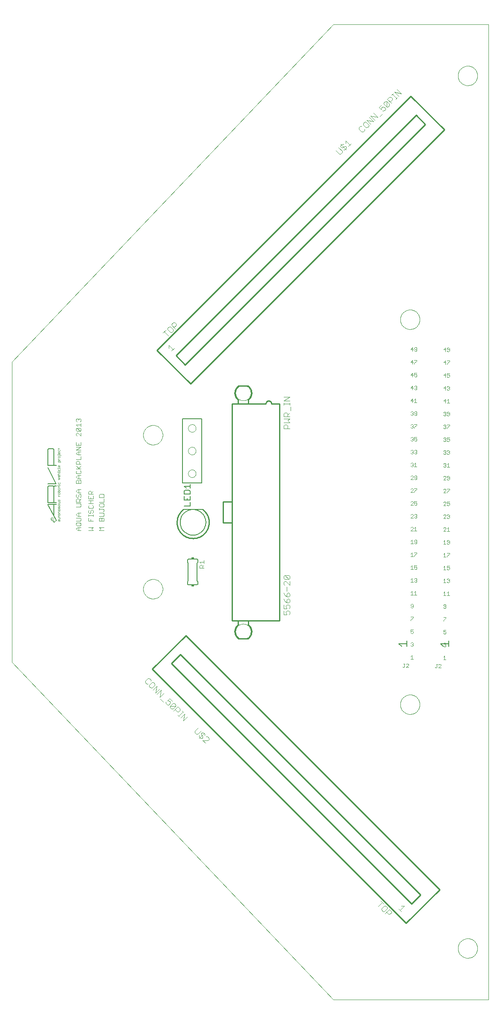
<source format=gto>
G75*
G70*
%OFA0B0*%
%FSLAX24Y24*%
%IPPOS*%
%LPD*%
%AMOC8*
5,1,8,0,0,1.08239X$1,22.5*
%
%ADD10C,0.0000*%
%ADD11C,0.0030*%
%ADD12C,0.0060*%
%ADD13C,0.0100*%
%ADD14C,0.0040*%
%ADD15C,0.0020*%
%ADD16C,0.0050*%
%ADD17C,0.0080*%
%ADD18R,0.0200X0.0150*%
D10*
X026701Y007042D02*
X001631Y033342D01*
X001631Y056742D01*
X026701Y083042D01*
X038791Y083042D01*
X038791Y007042D01*
X026701Y007042D01*
X036421Y011042D02*
X036423Y011097D01*
X036429Y011151D01*
X036439Y011205D01*
X036452Y011259D01*
X036470Y011311D01*
X036491Y011361D01*
X036516Y011410D01*
X036544Y011457D01*
X036576Y011502D01*
X036611Y011544D01*
X036648Y011584D01*
X036689Y011621D01*
X036732Y011655D01*
X036777Y011686D01*
X036825Y011713D01*
X036874Y011737D01*
X036925Y011758D01*
X036978Y011774D01*
X037031Y011787D01*
X037085Y011796D01*
X037140Y011801D01*
X037195Y011802D01*
X037250Y011799D01*
X037304Y011792D01*
X037358Y011781D01*
X037411Y011766D01*
X037462Y011748D01*
X037513Y011726D01*
X037561Y011700D01*
X037608Y011671D01*
X037652Y011639D01*
X037694Y011603D01*
X037733Y011565D01*
X037769Y011523D01*
X037802Y011480D01*
X037832Y011434D01*
X037859Y011386D01*
X037882Y011336D01*
X037901Y011285D01*
X037917Y011232D01*
X037929Y011178D01*
X037937Y011124D01*
X037941Y011069D01*
X037941Y011015D01*
X037937Y010960D01*
X037929Y010906D01*
X037917Y010852D01*
X037901Y010799D01*
X037882Y010748D01*
X037859Y010698D01*
X037832Y010650D01*
X037802Y010604D01*
X037769Y010561D01*
X037733Y010519D01*
X037694Y010481D01*
X037652Y010445D01*
X037608Y010413D01*
X037561Y010384D01*
X037513Y010358D01*
X037462Y010336D01*
X037411Y010318D01*
X037358Y010303D01*
X037304Y010292D01*
X037250Y010285D01*
X037195Y010282D01*
X037140Y010283D01*
X037085Y010288D01*
X037031Y010297D01*
X036978Y010310D01*
X036925Y010326D01*
X036874Y010347D01*
X036825Y010371D01*
X036777Y010398D01*
X036732Y010429D01*
X036689Y010463D01*
X036648Y010500D01*
X036611Y010540D01*
X036576Y010582D01*
X036544Y010627D01*
X036516Y010674D01*
X036491Y010723D01*
X036470Y010773D01*
X036452Y010825D01*
X036439Y010879D01*
X036429Y010933D01*
X036423Y010987D01*
X036421Y011042D01*
X031921Y030042D02*
X031923Y030097D01*
X031929Y030151D01*
X031939Y030205D01*
X031952Y030259D01*
X031970Y030311D01*
X031991Y030361D01*
X032016Y030410D01*
X032044Y030457D01*
X032076Y030502D01*
X032111Y030544D01*
X032148Y030584D01*
X032189Y030621D01*
X032232Y030655D01*
X032277Y030686D01*
X032325Y030713D01*
X032374Y030737D01*
X032425Y030758D01*
X032478Y030774D01*
X032531Y030787D01*
X032585Y030796D01*
X032640Y030801D01*
X032695Y030802D01*
X032750Y030799D01*
X032804Y030792D01*
X032858Y030781D01*
X032911Y030766D01*
X032962Y030748D01*
X033013Y030726D01*
X033061Y030700D01*
X033108Y030671D01*
X033152Y030639D01*
X033194Y030603D01*
X033233Y030565D01*
X033269Y030523D01*
X033302Y030480D01*
X033332Y030434D01*
X033359Y030386D01*
X033382Y030336D01*
X033401Y030285D01*
X033417Y030232D01*
X033429Y030178D01*
X033437Y030124D01*
X033441Y030069D01*
X033441Y030015D01*
X033437Y029960D01*
X033429Y029906D01*
X033417Y029852D01*
X033401Y029799D01*
X033382Y029748D01*
X033359Y029698D01*
X033332Y029650D01*
X033302Y029604D01*
X033269Y029561D01*
X033233Y029519D01*
X033194Y029481D01*
X033152Y029445D01*
X033108Y029413D01*
X033061Y029384D01*
X033013Y029358D01*
X032962Y029336D01*
X032911Y029318D01*
X032858Y029303D01*
X032804Y029292D01*
X032750Y029285D01*
X032695Y029282D01*
X032640Y029283D01*
X032585Y029288D01*
X032531Y029297D01*
X032478Y029310D01*
X032425Y029326D01*
X032374Y029347D01*
X032325Y029371D01*
X032277Y029398D01*
X032232Y029429D01*
X032189Y029463D01*
X032148Y029500D01*
X032111Y029540D01*
X032076Y029582D01*
X032044Y029627D01*
X032016Y029674D01*
X031991Y029723D01*
X031970Y029773D01*
X031952Y029825D01*
X031939Y029879D01*
X031929Y029933D01*
X031923Y029987D01*
X031921Y030042D01*
X019079Y035735D02*
X019081Y035783D01*
X019087Y035831D01*
X019097Y035878D01*
X019110Y035924D01*
X019128Y035969D01*
X019148Y036013D01*
X019173Y036055D01*
X019201Y036094D01*
X019231Y036131D01*
X019265Y036165D01*
X019302Y036197D01*
X019340Y036226D01*
X019381Y036251D01*
X019424Y036273D01*
X019469Y036291D01*
X019515Y036305D01*
X019562Y036316D01*
X019610Y036323D01*
X019658Y036326D01*
X019706Y036325D01*
X019754Y036320D01*
X019802Y036311D01*
X019848Y036299D01*
X019893Y036282D01*
X019937Y036262D01*
X019979Y036239D01*
X020019Y036212D01*
X020057Y036182D01*
X020092Y036149D01*
X020124Y036113D01*
X020154Y036075D01*
X020180Y036034D01*
X020202Y035991D01*
X020222Y035947D01*
X020237Y035902D01*
X020249Y035855D01*
X020257Y035807D01*
X020261Y035759D01*
X020261Y035711D01*
X020257Y035663D01*
X020249Y035615D01*
X020237Y035568D01*
X020222Y035523D01*
X020202Y035479D01*
X020180Y035436D01*
X020154Y035395D01*
X020124Y035357D01*
X020092Y035321D01*
X020057Y035288D01*
X020019Y035258D01*
X019979Y035231D01*
X019937Y035208D01*
X019893Y035188D01*
X019848Y035171D01*
X019802Y035159D01*
X019754Y035150D01*
X019706Y035145D01*
X019658Y035144D01*
X019610Y035147D01*
X019562Y035154D01*
X019515Y035165D01*
X019469Y035179D01*
X019424Y035197D01*
X019381Y035219D01*
X019340Y035244D01*
X019302Y035273D01*
X019265Y035305D01*
X019231Y035339D01*
X019201Y035376D01*
X019173Y035415D01*
X019148Y035457D01*
X019128Y035501D01*
X019110Y035546D01*
X019097Y035592D01*
X019087Y035639D01*
X019081Y035687D01*
X019079Y035735D01*
X015381Y048042D02*
X015383Y048076D01*
X015389Y048110D01*
X015398Y048143D01*
X015412Y048174D01*
X015429Y048204D01*
X015449Y048232D01*
X015472Y048257D01*
X015498Y048280D01*
X015526Y048299D01*
X015556Y048315D01*
X015588Y048327D01*
X015621Y048336D01*
X015655Y048341D01*
X015690Y048342D01*
X015724Y048339D01*
X015757Y048332D01*
X015790Y048322D01*
X015821Y048307D01*
X015850Y048290D01*
X015877Y048269D01*
X015902Y048245D01*
X015924Y048218D01*
X015942Y048190D01*
X015957Y048159D01*
X015969Y048127D01*
X015977Y048093D01*
X015981Y048059D01*
X015981Y048025D01*
X015977Y047991D01*
X015969Y047957D01*
X015957Y047925D01*
X015942Y047894D01*
X015924Y047866D01*
X015902Y047839D01*
X015877Y047815D01*
X015850Y047794D01*
X015821Y047777D01*
X015790Y047762D01*
X015757Y047752D01*
X015724Y047745D01*
X015690Y047742D01*
X015655Y047743D01*
X015621Y047748D01*
X015588Y047757D01*
X015556Y047769D01*
X015526Y047785D01*
X015498Y047804D01*
X015472Y047827D01*
X015449Y047852D01*
X015429Y047880D01*
X015412Y047910D01*
X015398Y047941D01*
X015389Y047974D01*
X015383Y048008D01*
X015381Y048042D01*
X015381Y049807D02*
X015383Y049841D01*
X015389Y049875D01*
X015398Y049908D01*
X015412Y049939D01*
X015429Y049969D01*
X015449Y049997D01*
X015472Y050022D01*
X015498Y050045D01*
X015526Y050064D01*
X015556Y050080D01*
X015588Y050092D01*
X015621Y050101D01*
X015655Y050106D01*
X015690Y050107D01*
X015724Y050104D01*
X015757Y050097D01*
X015790Y050087D01*
X015821Y050072D01*
X015850Y050055D01*
X015877Y050034D01*
X015902Y050010D01*
X015924Y049983D01*
X015942Y049955D01*
X015957Y049924D01*
X015969Y049892D01*
X015977Y049858D01*
X015981Y049824D01*
X015981Y049790D01*
X015977Y049756D01*
X015969Y049722D01*
X015957Y049690D01*
X015942Y049659D01*
X015924Y049631D01*
X015902Y049604D01*
X015877Y049580D01*
X015850Y049559D01*
X015821Y049542D01*
X015790Y049527D01*
X015757Y049517D01*
X015724Y049510D01*
X015690Y049507D01*
X015655Y049508D01*
X015621Y049513D01*
X015588Y049522D01*
X015556Y049534D01*
X015526Y049550D01*
X015498Y049569D01*
X015472Y049592D01*
X015449Y049617D01*
X015429Y049645D01*
X015412Y049675D01*
X015398Y049706D01*
X015389Y049739D01*
X015383Y049773D01*
X015381Y049807D01*
X015381Y051572D02*
X015383Y051606D01*
X015389Y051640D01*
X015398Y051673D01*
X015412Y051704D01*
X015429Y051734D01*
X015449Y051762D01*
X015472Y051787D01*
X015498Y051810D01*
X015526Y051829D01*
X015556Y051845D01*
X015588Y051857D01*
X015621Y051866D01*
X015655Y051871D01*
X015690Y051872D01*
X015724Y051869D01*
X015757Y051862D01*
X015790Y051852D01*
X015821Y051837D01*
X015850Y051820D01*
X015877Y051799D01*
X015902Y051775D01*
X015924Y051748D01*
X015942Y051720D01*
X015957Y051689D01*
X015969Y051657D01*
X015977Y051623D01*
X015981Y051589D01*
X015981Y051555D01*
X015977Y051521D01*
X015969Y051487D01*
X015957Y051455D01*
X015942Y051424D01*
X015924Y051396D01*
X015902Y051369D01*
X015877Y051345D01*
X015850Y051324D01*
X015821Y051307D01*
X015790Y051292D01*
X015757Y051282D01*
X015724Y051275D01*
X015690Y051272D01*
X015655Y051273D01*
X015621Y051278D01*
X015588Y051287D01*
X015556Y051299D01*
X015526Y051315D01*
X015498Y051334D01*
X015472Y051357D01*
X015449Y051382D01*
X015429Y051410D01*
X015412Y051440D01*
X015398Y051471D01*
X015389Y051504D01*
X015383Y051538D01*
X015381Y051572D01*
X011871Y051042D02*
X011873Y051097D01*
X011879Y051151D01*
X011889Y051205D01*
X011902Y051259D01*
X011920Y051311D01*
X011941Y051361D01*
X011966Y051410D01*
X011994Y051457D01*
X012026Y051502D01*
X012061Y051544D01*
X012098Y051584D01*
X012139Y051621D01*
X012182Y051655D01*
X012227Y051686D01*
X012275Y051713D01*
X012324Y051737D01*
X012375Y051758D01*
X012428Y051774D01*
X012481Y051787D01*
X012535Y051796D01*
X012590Y051801D01*
X012645Y051802D01*
X012700Y051799D01*
X012754Y051792D01*
X012808Y051781D01*
X012861Y051766D01*
X012912Y051748D01*
X012963Y051726D01*
X013011Y051700D01*
X013058Y051671D01*
X013102Y051639D01*
X013144Y051603D01*
X013183Y051565D01*
X013219Y051523D01*
X013252Y051480D01*
X013282Y051434D01*
X013309Y051386D01*
X013332Y051336D01*
X013351Y051285D01*
X013367Y051232D01*
X013379Y051178D01*
X013387Y051124D01*
X013391Y051069D01*
X013391Y051015D01*
X013387Y050960D01*
X013379Y050906D01*
X013367Y050852D01*
X013351Y050799D01*
X013332Y050748D01*
X013309Y050698D01*
X013282Y050650D01*
X013252Y050604D01*
X013219Y050561D01*
X013183Y050519D01*
X013144Y050481D01*
X013102Y050445D01*
X013058Y050413D01*
X013011Y050384D01*
X012963Y050358D01*
X012912Y050336D01*
X012861Y050318D01*
X012808Y050303D01*
X012754Y050292D01*
X012700Y050285D01*
X012645Y050282D01*
X012590Y050283D01*
X012535Y050288D01*
X012481Y050297D01*
X012428Y050310D01*
X012375Y050326D01*
X012324Y050347D01*
X012275Y050371D01*
X012227Y050398D01*
X012182Y050429D01*
X012139Y050463D01*
X012098Y050500D01*
X012061Y050540D01*
X012026Y050582D01*
X011994Y050627D01*
X011966Y050674D01*
X011941Y050723D01*
X011920Y050773D01*
X011902Y050825D01*
X011889Y050879D01*
X011879Y050933D01*
X011873Y050987D01*
X011871Y051042D01*
X011871Y039042D02*
X011873Y039097D01*
X011879Y039151D01*
X011889Y039205D01*
X011902Y039259D01*
X011920Y039311D01*
X011941Y039361D01*
X011966Y039410D01*
X011994Y039457D01*
X012026Y039502D01*
X012061Y039544D01*
X012098Y039584D01*
X012139Y039621D01*
X012182Y039655D01*
X012227Y039686D01*
X012275Y039713D01*
X012324Y039737D01*
X012375Y039758D01*
X012428Y039774D01*
X012481Y039787D01*
X012535Y039796D01*
X012590Y039801D01*
X012645Y039802D01*
X012700Y039799D01*
X012754Y039792D01*
X012808Y039781D01*
X012861Y039766D01*
X012912Y039748D01*
X012963Y039726D01*
X013011Y039700D01*
X013058Y039671D01*
X013102Y039639D01*
X013144Y039603D01*
X013183Y039565D01*
X013219Y039523D01*
X013252Y039480D01*
X013282Y039434D01*
X013309Y039386D01*
X013332Y039336D01*
X013351Y039285D01*
X013367Y039232D01*
X013379Y039178D01*
X013387Y039124D01*
X013391Y039069D01*
X013391Y039015D01*
X013387Y038960D01*
X013379Y038906D01*
X013367Y038852D01*
X013351Y038799D01*
X013332Y038748D01*
X013309Y038698D01*
X013282Y038650D01*
X013252Y038604D01*
X013219Y038561D01*
X013183Y038519D01*
X013144Y038481D01*
X013102Y038445D01*
X013058Y038413D01*
X013011Y038384D01*
X012963Y038358D01*
X012912Y038336D01*
X012861Y038318D01*
X012808Y038303D01*
X012754Y038292D01*
X012700Y038285D01*
X012645Y038282D01*
X012590Y038283D01*
X012535Y038288D01*
X012481Y038297D01*
X012428Y038310D01*
X012375Y038326D01*
X012324Y038347D01*
X012275Y038371D01*
X012227Y038398D01*
X012182Y038429D01*
X012139Y038463D01*
X012098Y038500D01*
X012061Y038540D01*
X012026Y038582D01*
X011994Y038627D01*
X011966Y038674D01*
X011941Y038723D01*
X011920Y038773D01*
X011902Y038825D01*
X011889Y038879D01*
X011879Y038933D01*
X011873Y038987D01*
X011871Y039042D01*
X019079Y054317D02*
X019081Y054365D01*
X019087Y054413D01*
X019097Y054460D01*
X019110Y054506D01*
X019128Y054551D01*
X019148Y054595D01*
X019173Y054637D01*
X019201Y054676D01*
X019231Y054713D01*
X019265Y054747D01*
X019302Y054779D01*
X019340Y054808D01*
X019381Y054833D01*
X019424Y054855D01*
X019469Y054873D01*
X019515Y054887D01*
X019562Y054898D01*
X019610Y054905D01*
X019658Y054908D01*
X019706Y054907D01*
X019754Y054902D01*
X019802Y054893D01*
X019848Y054881D01*
X019893Y054864D01*
X019937Y054844D01*
X019979Y054821D01*
X020019Y054794D01*
X020057Y054764D01*
X020092Y054731D01*
X020124Y054695D01*
X020154Y054657D01*
X020180Y054616D01*
X020202Y054573D01*
X020222Y054529D01*
X020237Y054484D01*
X020249Y054437D01*
X020257Y054389D01*
X020261Y054341D01*
X020261Y054293D01*
X020257Y054245D01*
X020249Y054197D01*
X020237Y054150D01*
X020222Y054105D01*
X020202Y054061D01*
X020180Y054018D01*
X020154Y053977D01*
X020124Y053939D01*
X020092Y053903D01*
X020057Y053870D01*
X020019Y053840D01*
X019979Y053813D01*
X019937Y053790D01*
X019893Y053770D01*
X019848Y053753D01*
X019802Y053741D01*
X019754Y053732D01*
X019706Y053727D01*
X019658Y053726D01*
X019610Y053729D01*
X019562Y053736D01*
X019515Y053747D01*
X019469Y053761D01*
X019424Y053779D01*
X019381Y053801D01*
X019340Y053826D01*
X019302Y053855D01*
X019265Y053887D01*
X019231Y053921D01*
X019201Y053958D01*
X019173Y053997D01*
X019148Y054039D01*
X019128Y054083D01*
X019110Y054128D01*
X019097Y054174D01*
X019087Y054221D01*
X019081Y054269D01*
X019079Y054317D01*
X031921Y060042D02*
X031923Y060097D01*
X031929Y060151D01*
X031939Y060205D01*
X031952Y060259D01*
X031970Y060311D01*
X031991Y060361D01*
X032016Y060410D01*
X032044Y060457D01*
X032076Y060502D01*
X032111Y060544D01*
X032148Y060584D01*
X032189Y060621D01*
X032232Y060655D01*
X032277Y060686D01*
X032325Y060713D01*
X032374Y060737D01*
X032425Y060758D01*
X032478Y060774D01*
X032531Y060787D01*
X032585Y060796D01*
X032640Y060801D01*
X032695Y060802D01*
X032750Y060799D01*
X032804Y060792D01*
X032858Y060781D01*
X032911Y060766D01*
X032962Y060748D01*
X033013Y060726D01*
X033061Y060700D01*
X033108Y060671D01*
X033152Y060639D01*
X033194Y060603D01*
X033233Y060565D01*
X033269Y060523D01*
X033302Y060480D01*
X033332Y060434D01*
X033359Y060386D01*
X033382Y060336D01*
X033401Y060285D01*
X033417Y060232D01*
X033429Y060178D01*
X033437Y060124D01*
X033441Y060069D01*
X033441Y060015D01*
X033437Y059960D01*
X033429Y059906D01*
X033417Y059852D01*
X033401Y059799D01*
X033382Y059748D01*
X033359Y059698D01*
X033332Y059650D01*
X033302Y059604D01*
X033269Y059561D01*
X033233Y059519D01*
X033194Y059481D01*
X033152Y059445D01*
X033108Y059413D01*
X033061Y059384D01*
X033013Y059358D01*
X032962Y059336D01*
X032911Y059318D01*
X032858Y059303D01*
X032804Y059292D01*
X032750Y059285D01*
X032695Y059282D01*
X032640Y059283D01*
X032585Y059288D01*
X032531Y059297D01*
X032478Y059310D01*
X032425Y059326D01*
X032374Y059347D01*
X032325Y059371D01*
X032277Y059398D01*
X032232Y059429D01*
X032189Y059463D01*
X032148Y059500D01*
X032111Y059540D01*
X032076Y059582D01*
X032044Y059627D01*
X032016Y059674D01*
X031991Y059723D01*
X031970Y059773D01*
X031952Y059825D01*
X031939Y059879D01*
X031929Y059933D01*
X031923Y059987D01*
X031921Y060042D01*
X036421Y079042D02*
X036423Y079097D01*
X036429Y079151D01*
X036439Y079205D01*
X036452Y079259D01*
X036470Y079311D01*
X036491Y079361D01*
X036516Y079410D01*
X036544Y079457D01*
X036576Y079502D01*
X036611Y079544D01*
X036648Y079584D01*
X036689Y079621D01*
X036732Y079655D01*
X036777Y079686D01*
X036825Y079713D01*
X036874Y079737D01*
X036925Y079758D01*
X036978Y079774D01*
X037031Y079787D01*
X037085Y079796D01*
X037140Y079801D01*
X037195Y079802D01*
X037250Y079799D01*
X037304Y079792D01*
X037358Y079781D01*
X037411Y079766D01*
X037462Y079748D01*
X037513Y079726D01*
X037561Y079700D01*
X037608Y079671D01*
X037652Y079639D01*
X037694Y079603D01*
X037733Y079565D01*
X037769Y079523D01*
X037802Y079480D01*
X037832Y079434D01*
X037859Y079386D01*
X037882Y079336D01*
X037901Y079285D01*
X037917Y079232D01*
X037929Y079178D01*
X037937Y079124D01*
X037941Y079069D01*
X037941Y079015D01*
X037937Y078960D01*
X037929Y078906D01*
X037917Y078852D01*
X037901Y078799D01*
X037882Y078748D01*
X037859Y078698D01*
X037832Y078650D01*
X037802Y078604D01*
X037769Y078561D01*
X037733Y078519D01*
X037694Y078481D01*
X037652Y078445D01*
X037608Y078413D01*
X037561Y078384D01*
X037513Y078358D01*
X037462Y078336D01*
X037411Y078318D01*
X037358Y078303D01*
X037304Y078292D01*
X037250Y078285D01*
X037195Y078282D01*
X037140Y078283D01*
X037085Y078288D01*
X037031Y078297D01*
X036978Y078310D01*
X036925Y078326D01*
X036874Y078347D01*
X036825Y078371D01*
X036777Y078398D01*
X036732Y078429D01*
X036689Y078463D01*
X036648Y078500D01*
X036611Y078540D01*
X036576Y078582D01*
X036544Y078627D01*
X036516Y078674D01*
X036491Y078723D01*
X036470Y078773D01*
X036452Y078825D01*
X036439Y078879D01*
X036429Y078933D01*
X036423Y078987D01*
X036421Y079042D01*
D11*
X008755Y046432D02*
X008508Y046432D01*
X008446Y046370D01*
X008446Y046185D01*
X008816Y046185D01*
X008816Y046370D01*
X008755Y046432D01*
X008816Y046064D02*
X008816Y045817D01*
X008446Y045817D01*
X008508Y045695D02*
X008446Y045634D01*
X008446Y045510D01*
X008508Y045448D01*
X008755Y045448D01*
X008816Y045510D01*
X008816Y045634D01*
X008755Y045695D01*
X008508Y045695D01*
X008446Y045327D02*
X008446Y045204D01*
X008446Y045265D02*
X008755Y045265D01*
X008816Y045204D01*
X008816Y045142D01*
X008755Y045080D01*
X008755Y044959D02*
X008446Y044959D01*
X008446Y044712D02*
X008755Y044712D01*
X008816Y044774D01*
X008816Y044897D01*
X008755Y044959D01*
X008755Y044590D02*
X008816Y044529D01*
X008816Y044344D01*
X008446Y044344D01*
X008446Y044529D01*
X008508Y044590D01*
X008570Y044590D01*
X008631Y044529D01*
X008631Y044344D01*
X008631Y044529D02*
X008693Y044590D01*
X008755Y044590D01*
X008816Y043854D02*
X008446Y043854D01*
X008570Y043730D01*
X008446Y043607D01*
X008816Y043607D01*
X007966Y043607D02*
X007843Y043730D01*
X007966Y043854D01*
X007596Y043854D01*
X007596Y043607D02*
X007966Y043607D01*
X007966Y044344D02*
X007596Y044344D01*
X007596Y044590D01*
X007596Y044712D02*
X007596Y044835D01*
X007596Y044774D02*
X007966Y044774D01*
X007966Y044835D02*
X007966Y044712D01*
X007905Y044957D02*
X007966Y045019D01*
X007966Y045142D01*
X007905Y045204D01*
X007843Y045204D01*
X007781Y045142D01*
X007781Y045019D01*
X007720Y044957D01*
X007658Y044957D01*
X007596Y045019D01*
X007596Y045142D01*
X007658Y045204D01*
X007658Y045326D02*
X007905Y045326D01*
X007966Y045387D01*
X007966Y045511D01*
X007905Y045572D01*
X007966Y045694D02*
X007596Y045694D01*
X007658Y045572D02*
X007596Y045511D01*
X007596Y045387D01*
X007658Y045326D01*
X007781Y045694D02*
X007781Y045941D01*
X007781Y046062D02*
X007781Y046186D01*
X007596Y046309D02*
X007596Y046062D01*
X007966Y046062D01*
X007966Y046309D01*
X007966Y046431D02*
X007596Y046431D01*
X007596Y046616D01*
X007658Y046677D01*
X007781Y046677D01*
X007843Y046616D01*
X007843Y046431D01*
X007843Y046554D02*
X007966Y046677D01*
X007966Y045941D02*
X007596Y045941D01*
X007016Y046064D02*
X006893Y045940D01*
X006893Y046002D02*
X006893Y045817D01*
X007016Y045817D02*
X006646Y045817D01*
X006646Y046002D01*
X006708Y046064D01*
X006831Y046064D01*
X006893Y046002D01*
X006955Y046185D02*
X007016Y046247D01*
X007016Y046370D01*
X006955Y046432D01*
X006893Y046432D01*
X006831Y046370D01*
X006831Y046247D01*
X006770Y046185D01*
X006708Y046185D01*
X006646Y046247D01*
X006646Y046370D01*
X006708Y046432D01*
X006770Y046553D02*
X006646Y046677D01*
X006770Y046800D01*
X007016Y046800D01*
X006831Y046800D02*
X006831Y046553D01*
X006770Y046553D02*
X007016Y046553D01*
X007016Y047290D02*
X006646Y047290D01*
X006646Y047475D01*
X006708Y047537D01*
X006770Y047537D01*
X006831Y047475D01*
X006831Y047290D01*
X006831Y047475D02*
X006893Y047537D01*
X006955Y047537D01*
X007016Y047475D01*
X007016Y047290D01*
X007016Y047658D02*
X006770Y047658D01*
X006646Y047782D01*
X006770Y047905D01*
X007016Y047905D01*
X006955Y048027D02*
X007016Y048088D01*
X007016Y048212D01*
X006955Y048273D01*
X007016Y048395D02*
X006646Y048395D01*
X006708Y048273D02*
X006646Y048212D01*
X006646Y048088D01*
X006708Y048027D01*
X006955Y048027D01*
X006831Y047905D02*
X006831Y047658D01*
X006893Y048395D02*
X006646Y048642D01*
X006646Y048763D02*
X006646Y048948D01*
X006708Y049010D01*
X006831Y049010D01*
X006893Y048948D01*
X006893Y048763D01*
X007016Y048763D02*
X006646Y048763D01*
X006831Y048457D02*
X007016Y048642D01*
X007016Y049131D02*
X006646Y049131D01*
X007016Y049131D02*
X007016Y049378D01*
X007016Y049500D02*
X006770Y049500D01*
X006646Y049623D01*
X006770Y049747D01*
X007016Y049747D01*
X007016Y049868D02*
X006646Y049868D01*
X007016Y050115D01*
X006646Y050115D01*
X006646Y050236D02*
X007016Y050236D01*
X007016Y050483D01*
X006831Y050360D02*
X006831Y050236D01*
X006646Y050236D02*
X006646Y050483D01*
X006708Y050973D02*
X006646Y051035D01*
X006646Y051158D01*
X006708Y051220D01*
X006770Y051220D01*
X007016Y050973D01*
X007016Y051220D01*
X006955Y051341D02*
X006708Y051588D01*
X006955Y051588D01*
X007016Y051526D01*
X007016Y051403D01*
X006955Y051341D01*
X006708Y051341D01*
X006646Y051403D01*
X006646Y051526D01*
X006708Y051588D01*
X006770Y051710D02*
X006646Y051833D01*
X007016Y051833D01*
X007016Y051710D02*
X007016Y051956D01*
X006955Y052078D02*
X007016Y052140D01*
X007016Y052263D01*
X006955Y052325D01*
X006893Y052325D01*
X006831Y052263D01*
X006831Y052201D01*
X006831Y052263D02*
X006770Y052325D01*
X006708Y052325D01*
X006646Y052263D01*
X006646Y052140D01*
X006708Y052078D01*
X006831Y049747D02*
X006831Y049500D01*
X006955Y045695D02*
X006646Y045695D01*
X006646Y045448D02*
X006955Y045448D01*
X007016Y045510D01*
X007016Y045634D01*
X006955Y045695D01*
X007016Y044959D02*
X006770Y044959D01*
X006646Y044835D01*
X006770Y044712D01*
X007016Y044712D01*
X006955Y044590D02*
X006646Y044590D01*
X006831Y044712D02*
X006831Y044959D01*
X006955Y044590D02*
X007016Y044529D01*
X007016Y044405D01*
X006955Y044344D01*
X006646Y044344D01*
X006708Y044222D02*
X006955Y044222D01*
X007016Y044160D01*
X007016Y044037D01*
X006955Y043975D01*
X006708Y043975D01*
X006646Y044037D01*
X006646Y044160D01*
X006708Y044222D01*
X006893Y044099D02*
X007016Y044222D01*
X007016Y043854D02*
X006770Y043854D01*
X006646Y043730D01*
X006770Y043607D01*
X007016Y043607D01*
X006831Y043607D02*
X006831Y043854D01*
X007781Y044344D02*
X007781Y044467D01*
D12*
X015333Y041273D02*
X015333Y041123D01*
X015383Y041073D01*
X015383Y039673D01*
X015333Y039623D01*
X015333Y039473D01*
X015335Y039456D01*
X015339Y039439D01*
X015346Y039423D01*
X015356Y039409D01*
X015369Y039396D01*
X015383Y039386D01*
X015399Y039379D01*
X015416Y039375D01*
X015433Y039373D01*
X016033Y039373D01*
X016050Y039375D01*
X016067Y039379D01*
X016083Y039386D01*
X016097Y039396D01*
X016110Y039409D01*
X016120Y039423D01*
X016127Y039439D01*
X016131Y039456D01*
X016133Y039473D01*
X016133Y039623D01*
X016083Y039673D01*
X016083Y041073D01*
X016133Y041123D01*
X016133Y041273D01*
X016131Y041290D01*
X016127Y041307D01*
X016120Y041323D01*
X016110Y041337D01*
X016097Y041350D01*
X016083Y041360D01*
X016067Y041367D01*
X016050Y041371D01*
X016033Y041373D01*
X015433Y041373D01*
X015416Y041371D01*
X015399Y041367D01*
X015383Y041360D01*
X015369Y041350D01*
X015356Y041337D01*
X015346Y041323D01*
X015339Y041307D01*
X015335Y041290D01*
X015333Y041273D01*
X014755Y044240D02*
X014757Y044303D01*
X014763Y044365D01*
X014773Y044427D01*
X014786Y044489D01*
X014804Y044549D01*
X014825Y044608D01*
X014850Y044666D01*
X014879Y044722D01*
X014911Y044776D01*
X014946Y044828D01*
X014984Y044877D01*
X015026Y044925D01*
X015070Y044969D01*
X015118Y045011D01*
X015167Y045049D01*
X015219Y045084D01*
X015273Y045116D01*
X015329Y045145D01*
X015387Y045170D01*
X015446Y045191D01*
X015506Y045209D01*
X015568Y045222D01*
X015630Y045232D01*
X015692Y045238D01*
X015755Y045240D01*
X015818Y045238D01*
X015880Y045232D01*
X015942Y045222D01*
X016004Y045209D01*
X016064Y045191D01*
X016123Y045170D01*
X016181Y045145D01*
X016237Y045116D01*
X016291Y045084D01*
X016343Y045049D01*
X016392Y045011D01*
X016440Y044969D01*
X016484Y044925D01*
X016526Y044877D01*
X016564Y044828D01*
X016599Y044776D01*
X016631Y044722D01*
X016660Y044666D01*
X016685Y044608D01*
X016706Y044549D01*
X016724Y044489D01*
X016737Y044427D01*
X016747Y044365D01*
X016753Y044303D01*
X016755Y044240D01*
X016753Y044177D01*
X016747Y044115D01*
X016737Y044053D01*
X016724Y043991D01*
X016706Y043931D01*
X016685Y043872D01*
X016660Y043814D01*
X016631Y043758D01*
X016599Y043704D01*
X016564Y043652D01*
X016526Y043603D01*
X016484Y043555D01*
X016440Y043511D01*
X016392Y043469D01*
X016343Y043431D01*
X016291Y043396D01*
X016237Y043364D01*
X016181Y043335D01*
X016123Y043310D01*
X016064Y043289D01*
X016004Y043271D01*
X015942Y043258D01*
X015880Y043248D01*
X015818Y043242D01*
X015755Y043240D01*
X015692Y043242D01*
X015630Y043248D01*
X015568Y043258D01*
X015506Y043271D01*
X015446Y043289D01*
X015387Y043310D01*
X015329Y043335D01*
X015273Y043364D01*
X015219Y043396D01*
X015167Y043431D01*
X015118Y043469D01*
X015070Y043511D01*
X015026Y043555D01*
X014984Y043603D01*
X014946Y043652D01*
X014911Y043704D01*
X014879Y043758D01*
X014850Y043814D01*
X014825Y043872D01*
X014804Y043931D01*
X014786Y043991D01*
X014773Y044053D01*
X014763Y044115D01*
X014757Y044177D01*
X014755Y044240D01*
X031811Y034785D02*
X032451Y034785D01*
X032451Y034572D02*
X032451Y034999D01*
X032024Y034572D02*
X031811Y034785D01*
X035061Y034785D02*
X035701Y034785D01*
X035701Y034572D02*
X035701Y034999D01*
X035274Y034572D02*
X035061Y034785D01*
D13*
X034992Y015623D02*
X015193Y035422D01*
X012577Y032806D01*
X032376Y013007D01*
X034992Y015623D01*
X033507Y015199D02*
X032800Y014492D01*
X014062Y033230D01*
X014769Y033937D01*
X033507Y015199D01*
X022500Y036562D02*
X018800Y036562D01*
X018800Y053491D01*
X021437Y053491D01*
X021439Y053519D01*
X021444Y053547D01*
X021454Y053574D01*
X021466Y053600D01*
X021482Y053623D01*
X021501Y053644D01*
X021522Y053663D01*
X021545Y053679D01*
X021571Y053691D01*
X021598Y053701D01*
X021626Y053706D01*
X021654Y053708D01*
X021682Y053706D01*
X021710Y053701D01*
X021737Y053691D01*
X021763Y053679D01*
X021786Y053663D01*
X021807Y053644D01*
X021826Y053623D01*
X021842Y053599D01*
X021854Y053574D01*
X021864Y053547D01*
X021869Y053519D01*
X021871Y053491D01*
X021870Y053491D02*
X022500Y053491D01*
X022500Y036562D01*
X020059Y036522D02*
X020059Y036247D01*
X020020Y036286D02*
X020061Y036257D01*
X020100Y036225D01*
X020137Y036190D01*
X020170Y036153D01*
X020201Y036113D01*
X020228Y036071D01*
X020253Y036027D01*
X020273Y035981D01*
X020290Y035933D01*
X020304Y035885D01*
X020313Y035835D01*
X020319Y035785D01*
X020321Y035735D01*
X020319Y035685D01*
X020313Y035635D01*
X020304Y035585D01*
X020290Y035537D01*
X020273Y035489D01*
X020253Y035443D01*
X020228Y035399D01*
X020201Y035357D01*
X020170Y035317D01*
X020137Y035280D01*
X020100Y035245D01*
X020061Y035213D01*
X020020Y035184D01*
X019311Y035184D01*
X019312Y035184D02*
X019271Y035213D01*
X019232Y035245D01*
X019195Y035280D01*
X019162Y035317D01*
X019131Y035357D01*
X019104Y035399D01*
X019079Y035443D01*
X019059Y035489D01*
X019042Y035537D01*
X019028Y035585D01*
X019019Y035635D01*
X019013Y035685D01*
X019011Y035735D01*
X019013Y035785D01*
X019019Y035835D01*
X019028Y035885D01*
X019042Y035933D01*
X019059Y035981D01*
X019079Y036027D01*
X019104Y036071D01*
X019131Y036113D01*
X019162Y036153D01*
X019195Y036190D01*
X019232Y036225D01*
X019271Y036257D01*
X019312Y036286D01*
X019272Y036247D02*
X019272Y036522D01*
X018760Y044199D02*
X018091Y044199D01*
X018091Y045853D01*
X018760Y045853D01*
X016505Y045240D02*
X016559Y045197D01*
X016611Y045151D01*
X016660Y045102D01*
X016707Y045050D01*
X016750Y044996D01*
X016791Y044940D01*
X016828Y044881D01*
X016862Y044821D01*
X016892Y044758D01*
X016919Y044695D01*
X016943Y044629D01*
X016963Y044563D01*
X016979Y044495D01*
X016991Y044427D01*
X016999Y044358D01*
X017004Y044289D01*
X017005Y044219D01*
X017002Y044150D01*
X016995Y044081D01*
X016984Y044013D01*
X016970Y043945D01*
X016951Y043878D01*
X016929Y043812D01*
X016904Y043747D01*
X016875Y043684D01*
X016842Y043623D01*
X016806Y043564D01*
X016767Y043507D01*
X016725Y043451D01*
X016680Y043399D01*
X016632Y043349D01*
X016581Y043302D01*
X016527Y043257D01*
X016472Y043216D01*
X016414Y043178D01*
X016354Y043143D01*
X016292Y043111D01*
X016229Y043083D01*
X016164Y043059D01*
X016098Y043038D01*
X016030Y043021D01*
X015962Y043007D01*
X015893Y042998D01*
X015824Y042992D01*
X015755Y042990D01*
X015686Y042992D01*
X015617Y042998D01*
X015548Y043007D01*
X015480Y043021D01*
X015412Y043038D01*
X015346Y043059D01*
X015281Y043083D01*
X015218Y043111D01*
X015156Y043143D01*
X015096Y043178D01*
X015038Y043216D01*
X014983Y043257D01*
X014929Y043302D01*
X014878Y043349D01*
X014830Y043399D01*
X014785Y043451D01*
X014743Y043507D01*
X014704Y043564D01*
X014668Y043623D01*
X014635Y043684D01*
X014606Y043747D01*
X014581Y043812D01*
X014559Y043878D01*
X014540Y043945D01*
X014526Y044013D01*
X014515Y044081D01*
X014508Y044150D01*
X014505Y044219D01*
X014506Y044289D01*
X014511Y044358D01*
X014519Y044427D01*
X014531Y044495D01*
X014547Y044563D01*
X014567Y044629D01*
X014591Y044695D01*
X014618Y044758D01*
X014648Y044821D01*
X014682Y044881D01*
X014719Y044940D01*
X014760Y044996D01*
X014803Y045050D01*
X014850Y045102D01*
X014899Y045151D01*
X014951Y045197D01*
X015005Y045240D01*
X019272Y053530D02*
X019272Y053806D01*
X019312Y053766D02*
X019271Y053795D01*
X019232Y053827D01*
X019195Y053862D01*
X019162Y053899D01*
X019131Y053939D01*
X019104Y053981D01*
X019079Y054025D01*
X019059Y054071D01*
X019042Y054119D01*
X019028Y054167D01*
X019019Y054217D01*
X019013Y054267D01*
X019011Y054317D01*
X019013Y054367D01*
X019019Y054417D01*
X019028Y054467D01*
X019042Y054515D01*
X019059Y054563D01*
X019079Y054609D01*
X019104Y054653D01*
X019131Y054695D01*
X019162Y054735D01*
X019195Y054772D01*
X019232Y054807D01*
X019271Y054839D01*
X019312Y054868D01*
X019311Y054869D02*
X020020Y054869D01*
X020020Y054868D02*
X020061Y054839D01*
X020100Y054807D01*
X020137Y054772D01*
X020170Y054735D01*
X020201Y054695D01*
X020228Y054653D01*
X020253Y054609D01*
X020273Y054563D01*
X020290Y054515D01*
X020304Y054467D01*
X020313Y054417D01*
X020319Y054367D01*
X020321Y054317D01*
X020319Y054267D01*
X020313Y054217D01*
X020304Y054167D01*
X020290Y054119D01*
X020273Y054071D01*
X020253Y054025D01*
X020228Y053981D01*
X020201Y053939D01*
X020170Y053899D01*
X020137Y053862D01*
X020100Y053827D01*
X020061Y053795D01*
X020020Y053766D01*
X020059Y053806D02*
X020059Y053530D01*
X015566Y055034D02*
X035365Y074833D01*
X032748Y077449D01*
X012949Y057650D01*
X015566Y055034D01*
X015141Y056519D02*
X014434Y057226D01*
X033173Y075964D01*
X033880Y075257D01*
X015141Y056519D01*
D14*
X015116Y029320D02*
X014790Y028994D01*
X014681Y029103D02*
X014573Y029211D01*
X014627Y029157D02*
X014953Y029483D01*
X014899Y029537D02*
X015007Y029428D01*
X015116Y029320D02*
X015007Y028777D01*
X015333Y029103D01*
X014736Y029591D02*
X014627Y029483D01*
X014519Y029483D01*
X014356Y029645D01*
X014248Y029537D02*
X014573Y029862D01*
X014736Y029700D01*
X014736Y029591D01*
X014410Y029917D02*
X013976Y029917D01*
X013976Y029808D01*
X014085Y029700D01*
X014193Y029700D01*
X014410Y029917D01*
X014410Y030025D01*
X014302Y030134D01*
X014193Y030134D01*
X013976Y029917D01*
X013868Y030025D02*
X013759Y030025D01*
X013651Y030134D01*
X013651Y030242D01*
X013759Y030351D02*
X013922Y030297D01*
X013976Y030242D01*
X013976Y030134D01*
X013868Y030025D01*
X013759Y030351D02*
X013922Y030514D01*
X014139Y030297D01*
X013434Y030242D02*
X013217Y030459D01*
X013162Y030622D02*
X013488Y030948D01*
X013271Y031165D02*
X013162Y030622D01*
X012945Y030839D02*
X013271Y031165D01*
X013162Y031273D02*
X012837Y030948D01*
X012945Y031490D01*
X012620Y031165D01*
X012566Y031327D02*
X012783Y031545D01*
X012783Y031653D01*
X012674Y031762D01*
X012566Y031762D01*
X012349Y031544D01*
X012349Y031436D01*
X012457Y031328D01*
X012566Y031327D01*
X012240Y031653D02*
X012132Y031653D01*
X012023Y031762D01*
X012023Y031870D01*
X012240Y032087D01*
X012349Y032087D01*
X012457Y031979D01*
X012457Y031870D01*
X016181Y028233D02*
X015909Y027961D01*
X015909Y027853D01*
X016018Y027745D01*
X016126Y027744D01*
X016398Y028016D01*
X016452Y027853D02*
X016560Y027853D01*
X016669Y027744D01*
X016669Y027636D01*
X016778Y027527D02*
X016886Y027527D01*
X016994Y027419D01*
X016994Y027310D01*
X016940Y027256D01*
X016506Y027256D01*
X016723Y027039D01*
X016452Y027419D02*
X016506Y027473D01*
X016506Y027582D01*
X016398Y027690D01*
X016398Y027799D01*
X016452Y027853D01*
X016669Y027853D02*
X016235Y027419D01*
X016235Y027527D02*
X016343Y027419D01*
X016452Y027419D01*
X016235Y027527D02*
X016235Y027636D01*
X022841Y037046D02*
X023071Y037046D01*
X022994Y037200D01*
X022994Y037276D01*
X023071Y037353D01*
X023224Y037353D01*
X023301Y037276D01*
X023301Y037123D01*
X023224Y037046D01*
X022841Y037046D02*
X022841Y037353D01*
X022841Y037506D02*
X023071Y037506D01*
X022994Y037660D01*
X022994Y037737D01*
X023071Y037813D01*
X023224Y037813D01*
X023301Y037737D01*
X023301Y037583D01*
X023224Y037506D01*
X022841Y037506D02*
X022841Y037813D01*
X023071Y037967D02*
X022918Y038120D01*
X022841Y038274D01*
X023071Y038197D02*
X023071Y037967D01*
X023224Y037967D01*
X023301Y038044D01*
X023301Y038197D01*
X023224Y038274D01*
X023148Y038274D01*
X023071Y038197D01*
X023071Y038427D02*
X023071Y038657D01*
X023148Y038734D01*
X023224Y038734D01*
X023301Y038657D01*
X023301Y038504D01*
X023224Y038427D01*
X023071Y038427D01*
X022918Y038581D01*
X022841Y038734D01*
X023071Y038888D02*
X023071Y039194D01*
X022918Y039348D02*
X022841Y039425D01*
X022841Y039578D01*
X022918Y039655D01*
X022994Y039655D01*
X023301Y039348D01*
X023301Y039655D01*
X023224Y039808D02*
X022918Y040115D01*
X023224Y040115D01*
X023301Y040038D01*
X023301Y039885D01*
X023224Y039808D01*
X022918Y039808D01*
X022841Y039885D01*
X022841Y040038D01*
X022918Y040115D01*
X022841Y051546D02*
X022841Y051776D01*
X022918Y051853D01*
X023071Y051853D01*
X023148Y051776D01*
X023148Y051546D01*
X023301Y051546D02*
X022841Y051546D01*
X022841Y052006D02*
X023301Y052006D01*
X023148Y052160D01*
X023301Y052313D01*
X022841Y052313D01*
X022841Y052467D02*
X022841Y052697D01*
X022918Y052774D01*
X023071Y052774D01*
X023148Y052697D01*
X023148Y052467D01*
X023301Y052467D02*
X022841Y052467D01*
X023148Y052620D02*
X023301Y052774D01*
X023378Y052927D02*
X023378Y053234D01*
X023301Y053388D02*
X023301Y053541D01*
X023301Y053464D02*
X022841Y053464D01*
X022841Y053388D02*
X022841Y053541D01*
X022841Y053694D02*
X023301Y054001D01*
X022841Y054001D01*
X022841Y053694D02*
X023301Y053694D01*
X016613Y041267D02*
X016613Y041034D01*
X016613Y041151D02*
X016262Y041151D01*
X016379Y041034D01*
X016321Y040908D02*
X016437Y040908D01*
X016496Y040850D01*
X016496Y040675D01*
X016496Y040792D02*
X016613Y040908D01*
X016613Y040675D02*
X016262Y040675D01*
X016262Y040850D01*
X016321Y040908D01*
X014081Y057608D02*
X014298Y057825D01*
X014189Y057716D02*
X013864Y058042D01*
X013864Y057825D01*
X013836Y058777D02*
X013510Y059103D01*
X013402Y058994D02*
X013619Y059211D01*
X013781Y059265D02*
X013999Y059048D01*
X014107Y059048D01*
X014216Y059157D01*
X014216Y059265D01*
X013999Y059482D01*
X013890Y059482D01*
X013781Y059374D01*
X013781Y059265D01*
X014053Y059645D02*
X014216Y059808D01*
X014324Y059808D01*
X014433Y059699D01*
X014433Y059591D01*
X014270Y059428D01*
X014378Y059320D02*
X014053Y059645D01*
X027173Y072952D02*
X026901Y073223D01*
X027118Y073440D02*
X027390Y073169D01*
X027390Y073060D01*
X027281Y072952D01*
X027173Y072952D01*
X027498Y073277D02*
X027607Y073277D01*
X027715Y073386D01*
X027715Y073494D01*
X027661Y073549D01*
X027552Y073549D01*
X027444Y073440D01*
X027335Y073440D01*
X027281Y073494D01*
X027281Y073603D01*
X027390Y073711D01*
X027498Y073711D01*
X027661Y073766D02*
X027661Y073983D01*
X027986Y073657D01*
X027878Y073549D02*
X028095Y073766D01*
X027715Y073277D02*
X027281Y073711D01*
X028694Y074885D02*
X028911Y074668D01*
X029019Y074668D01*
X029128Y074776D01*
X029128Y074885D01*
X029236Y074993D02*
X029345Y074993D01*
X029453Y075102D01*
X029453Y075210D01*
X029236Y075427D01*
X029128Y075427D01*
X029019Y075319D01*
X029019Y075210D01*
X029236Y074993D01*
X028911Y075102D02*
X028802Y075102D01*
X028694Y074993D01*
X028694Y074885D01*
X029291Y075590D02*
X029833Y075481D01*
X029508Y075807D01*
X029616Y075916D02*
X030159Y075807D01*
X029833Y076133D01*
X029616Y075916D02*
X029942Y075590D01*
X029616Y075265D02*
X029291Y075590D01*
X030267Y076567D02*
X030430Y076404D01*
X030484Y076567D01*
X030538Y076621D01*
X030647Y076621D01*
X030755Y076512D01*
X030755Y076404D01*
X030647Y076295D01*
X030538Y076295D01*
X030538Y076078D02*
X030321Y075861D01*
X030267Y076567D02*
X030484Y076784D01*
X030647Y076838D02*
X030647Y076946D01*
X030755Y077055D01*
X030864Y077055D01*
X030864Y076621D01*
X030972Y076621D01*
X031081Y076729D01*
X031081Y076838D01*
X030864Y077055D01*
X030918Y077218D02*
X031081Y077380D01*
X031189Y077380D01*
X031298Y077272D01*
X031298Y077163D01*
X031135Y077001D01*
X031244Y076892D02*
X030918Y077218D01*
X031244Y077543D02*
X031352Y077652D01*
X031298Y077597D02*
X031623Y077272D01*
X031569Y077218D02*
X031678Y077326D01*
X031786Y077435D02*
X031461Y077760D01*
X032003Y077652D01*
X031678Y077977D01*
X030647Y076838D02*
X030864Y076621D01*
X030410Y014733D02*
X030627Y014516D01*
X030518Y014625D02*
X030193Y014299D01*
X030464Y014136D02*
X030464Y014028D01*
X030572Y013919D01*
X030681Y013919D01*
X030898Y014136D01*
X030898Y014245D01*
X030789Y014353D01*
X030681Y014353D01*
X030464Y014136D01*
X030735Y013757D02*
X031061Y014082D01*
X031223Y013919D01*
X031223Y013811D01*
X031115Y013702D01*
X031006Y013702D01*
X030844Y013865D01*
X031796Y014110D02*
X032013Y013893D01*
X031904Y014002D02*
X032230Y014327D01*
X032013Y014327D01*
D15*
X032138Y032932D02*
X032091Y032979D01*
X032138Y032932D02*
X032185Y032932D01*
X032232Y032979D01*
X032232Y033212D01*
X032278Y033212D02*
X032185Y033212D01*
X032368Y033165D02*
X032414Y033212D01*
X032508Y033212D01*
X032554Y033165D01*
X032554Y033119D01*
X032368Y032932D01*
X032554Y032932D01*
X032741Y033582D02*
X032928Y033582D01*
X032835Y033582D02*
X032835Y033862D01*
X032741Y033769D01*
X032788Y034582D02*
X032741Y034629D01*
X032788Y034582D02*
X032882Y034582D01*
X032928Y034629D01*
X032928Y034675D01*
X032882Y034722D01*
X032835Y034722D01*
X032882Y034722D02*
X032928Y034769D01*
X032928Y034815D01*
X032882Y034862D01*
X032788Y034862D01*
X032741Y034815D01*
X032788Y035582D02*
X032741Y035629D01*
X032788Y035582D02*
X032882Y035582D01*
X032928Y035629D01*
X032928Y035722D01*
X032882Y035769D01*
X032835Y035769D01*
X032741Y035722D01*
X032741Y035862D01*
X032928Y035862D01*
X032741Y036582D02*
X032741Y036629D01*
X032928Y036815D01*
X032928Y036862D01*
X032741Y036862D01*
X032788Y037582D02*
X032882Y037582D01*
X032928Y037629D01*
X032928Y037815D01*
X032882Y037862D01*
X032788Y037862D01*
X032741Y037815D01*
X032741Y037769D01*
X032788Y037722D01*
X032928Y037722D01*
X032788Y037582D02*
X032741Y037629D01*
X032741Y038582D02*
X032928Y038582D01*
X033018Y038582D02*
X033204Y038582D01*
X033111Y038582D02*
X033111Y038862D01*
X033018Y038769D01*
X032835Y038862D02*
X032835Y038582D01*
X032741Y038769D02*
X032835Y038862D01*
X032835Y039582D02*
X032835Y039862D01*
X032741Y039769D01*
X032741Y039582D02*
X032928Y039582D01*
X033018Y039629D02*
X033064Y039582D01*
X033158Y039582D01*
X033204Y039629D01*
X033204Y039675D01*
X033158Y039722D01*
X033111Y039722D01*
X033158Y039722D02*
X033204Y039769D01*
X033204Y039815D01*
X033158Y039862D01*
X033064Y039862D01*
X033018Y039815D01*
X033064Y040582D02*
X033018Y040629D01*
X033064Y040582D02*
X033158Y040582D01*
X033204Y040629D01*
X033204Y040722D01*
X033158Y040769D01*
X033111Y040769D01*
X033018Y040722D01*
X033018Y040862D01*
X033204Y040862D01*
X032835Y040862D02*
X032835Y040582D01*
X032928Y040582D02*
X032741Y040582D01*
X032741Y040769D02*
X032835Y040862D01*
X032835Y041582D02*
X032835Y041862D01*
X032741Y041769D01*
X032741Y041582D02*
X032928Y041582D01*
X033018Y041582D02*
X033018Y041629D01*
X033204Y041815D01*
X033204Y041862D01*
X033018Y041862D01*
X033064Y042582D02*
X033158Y042582D01*
X033204Y042629D01*
X033204Y042815D01*
X033158Y042862D01*
X033064Y042862D01*
X033018Y042815D01*
X033018Y042769D01*
X033064Y042722D01*
X033204Y042722D01*
X033064Y042582D02*
X033018Y042629D01*
X032928Y042582D02*
X032741Y042582D01*
X032835Y042582D02*
X032835Y042862D01*
X032741Y042769D01*
X032741Y043582D02*
X032928Y043769D01*
X032928Y043815D01*
X032882Y043862D01*
X032788Y043862D01*
X032741Y043815D01*
X032741Y043582D02*
X032928Y043582D01*
X033018Y043582D02*
X033204Y043582D01*
X033111Y043582D02*
X033111Y043862D01*
X033018Y043769D01*
X033064Y044582D02*
X033018Y044629D01*
X033064Y044582D02*
X033158Y044582D01*
X033204Y044629D01*
X033204Y044675D01*
X033158Y044722D01*
X033111Y044722D01*
X033158Y044722D02*
X033204Y044769D01*
X033204Y044815D01*
X033158Y044862D01*
X033064Y044862D01*
X033018Y044815D01*
X032928Y044815D02*
X032882Y044862D01*
X032788Y044862D01*
X032741Y044815D01*
X032928Y044815D02*
X032928Y044769D01*
X032741Y044582D01*
X032928Y044582D01*
X032928Y045582D02*
X032741Y045582D01*
X032928Y045769D01*
X032928Y045815D01*
X032882Y045862D01*
X032788Y045862D01*
X032741Y045815D01*
X033018Y045862D02*
X033018Y045722D01*
X033111Y045769D01*
X033158Y045769D01*
X033204Y045722D01*
X033204Y045629D01*
X033158Y045582D01*
X033064Y045582D01*
X033018Y045629D01*
X033018Y045862D02*
X033204Y045862D01*
X033018Y046582D02*
X033018Y046629D01*
X033204Y046815D01*
X033204Y046862D01*
X033018Y046862D01*
X032928Y046815D02*
X032882Y046862D01*
X032788Y046862D01*
X032741Y046815D01*
X032928Y046815D02*
X032928Y046769D01*
X032741Y046582D01*
X032928Y046582D01*
X032928Y047582D02*
X032741Y047582D01*
X032928Y047769D01*
X032928Y047815D01*
X032882Y047862D01*
X032788Y047862D01*
X032741Y047815D01*
X033018Y047815D02*
X033018Y047769D01*
X033064Y047722D01*
X033204Y047722D01*
X033204Y047629D02*
X033204Y047815D01*
X033158Y047862D01*
X033064Y047862D01*
X033018Y047815D01*
X033018Y047629D02*
X033064Y047582D01*
X033158Y047582D01*
X033204Y047629D01*
X033204Y048582D02*
X033018Y048582D01*
X033111Y048582D02*
X033111Y048862D01*
X033018Y048769D01*
X032928Y048769D02*
X032882Y048722D01*
X032928Y048675D01*
X032928Y048629D01*
X032882Y048582D01*
X032788Y048582D01*
X032741Y048629D01*
X032835Y048722D02*
X032882Y048722D01*
X032928Y048769D02*
X032928Y048815D01*
X032882Y048862D01*
X032788Y048862D01*
X032741Y048815D01*
X032788Y049582D02*
X032741Y049629D01*
X032788Y049582D02*
X032882Y049582D01*
X032928Y049629D01*
X032928Y049675D01*
X032882Y049722D01*
X032835Y049722D01*
X032882Y049722D02*
X032928Y049769D01*
X032928Y049815D01*
X032882Y049862D01*
X032788Y049862D01*
X032741Y049815D01*
X033018Y049815D02*
X033064Y049862D01*
X033158Y049862D01*
X033204Y049815D01*
X033204Y049769D01*
X033158Y049722D01*
X033204Y049675D01*
X033204Y049629D01*
X033158Y049582D01*
X033064Y049582D01*
X033018Y049629D01*
X033111Y049722D02*
X033158Y049722D01*
X033158Y050582D02*
X033064Y050582D01*
X033018Y050629D01*
X032928Y050629D02*
X032882Y050582D01*
X032788Y050582D01*
X032741Y050629D01*
X032835Y050722D02*
X032882Y050722D01*
X032928Y050675D01*
X032928Y050629D01*
X032882Y050722D02*
X032928Y050769D01*
X032928Y050815D01*
X032882Y050862D01*
X032788Y050862D01*
X032741Y050815D01*
X033018Y050862D02*
X033018Y050722D01*
X033111Y050769D01*
X033158Y050769D01*
X033204Y050722D01*
X033204Y050629D01*
X033158Y050582D01*
X033204Y050862D02*
X033018Y050862D01*
X033018Y051582D02*
X033018Y051629D01*
X033204Y051815D01*
X033204Y051862D01*
X033018Y051862D01*
X032928Y051815D02*
X032928Y051769D01*
X032882Y051722D01*
X032928Y051675D01*
X032928Y051629D01*
X032882Y051582D01*
X032788Y051582D01*
X032741Y051629D01*
X032835Y051722D02*
X032882Y051722D01*
X032928Y051815D02*
X032882Y051862D01*
X032788Y051862D01*
X032741Y051815D01*
X032788Y052582D02*
X032741Y052629D01*
X032788Y052582D02*
X032882Y052582D01*
X032928Y052629D01*
X032928Y052675D01*
X032882Y052722D01*
X032835Y052722D01*
X032882Y052722D02*
X032928Y052769D01*
X032928Y052815D01*
X032882Y052862D01*
X032788Y052862D01*
X032741Y052815D01*
X033018Y052815D02*
X033018Y052769D01*
X033064Y052722D01*
X033204Y052722D01*
X033204Y052815D02*
X033158Y052862D01*
X033064Y052862D01*
X033018Y052815D01*
X033204Y052815D02*
X033204Y052629D01*
X033158Y052582D01*
X033064Y052582D01*
X033018Y052629D01*
X033018Y053582D02*
X033204Y053582D01*
X033111Y053582D02*
X033111Y053862D01*
X033018Y053769D01*
X032928Y053722D02*
X032741Y053722D01*
X032882Y053862D01*
X032882Y053582D01*
X032882Y054582D02*
X032882Y054862D01*
X032741Y054722D01*
X032928Y054722D01*
X033018Y054815D02*
X033064Y054862D01*
X033158Y054862D01*
X033204Y054815D01*
X033204Y054769D01*
X033158Y054722D01*
X033204Y054675D01*
X033204Y054629D01*
X033158Y054582D01*
X033064Y054582D01*
X033018Y054629D01*
X033111Y054722D02*
X033158Y054722D01*
X033158Y055582D02*
X033064Y055582D01*
X033018Y055629D01*
X033018Y055722D02*
X033111Y055769D01*
X033158Y055769D01*
X033204Y055722D01*
X033204Y055629D01*
X033158Y055582D01*
X033018Y055722D02*
X033018Y055862D01*
X033204Y055862D01*
X032928Y055722D02*
X032741Y055722D01*
X032882Y055862D01*
X032882Y055582D01*
X032882Y056582D02*
X032882Y056862D01*
X032741Y056722D01*
X032928Y056722D01*
X033018Y056629D02*
X033204Y056815D01*
X033204Y056862D01*
X033018Y056862D01*
X033018Y056629D02*
X033018Y056582D01*
X033064Y057582D02*
X033158Y057582D01*
X033204Y057629D01*
X033204Y057815D01*
X033158Y057862D01*
X033064Y057862D01*
X033018Y057815D01*
X033018Y057769D01*
X033064Y057722D01*
X033204Y057722D01*
X033064Y057582D02*
X033018Y057629D01*
X032928Y057722D02*
X032741Y057722D01*
X032882Y057862D01*
X032882Y057582D01*
X035291Y057696D02*
X035478Y057696D01*
X035568Y057743D02*
X035614Y057696D01*
X035754Y057696D01*
X035754Y057789D02*
X035708Y057836D01*
X035614Y057836D01*
X035568Y057789D01*
X035568Y057743D01*
X035568Y057603D02*
X035614Y057556D01*
X035708Y057556D01*
X035754Y057603D01*
X035754Y057789D01*
X035432Y057836D02*
X035432Y057556D01*
X035291Y057696D02*
X035432Y057836D01*
X035432Y056836D02*
X035291Y056696D01*
X035478Y056696D01*
X035568Y056603D02*
X035568Y056556D01*
X035568Y056603D02*
X035754Y056789D01*
X035754Y056836D01*
X035568Y056836D01*
X035432Y056836D02*
X035432Y056556D01*
X035432Y055836D02*
X035291Y055696D01*
X035478Y055696D01*
X035568Y055696D02*
X035661Y055743D01*
X035708Y055743D01*
X035754Y055696D01*
X035754Y055603D01*
X035708Y055556D01*
X035614Y055556D01*
X035568Y055603D01*
X035568Y055696D02*
X035568Y055836D01*
X035754Y055836D01*
X035432Y055836D02*
X035432Y055556D01*
X035432Y054836D02*
X035291Y054696D01*
X035478Y054696D01*
X035568Y054789D02*
X035614Y054836D01*
X035708Y054836D01*
X035754Y054789D01*
X035754Y054743D01*
X035708Y054696D01*
X035754Y054649D01*
X035754Y054603D01*
X035708Y054556D01*
X035614Y054556D01*
X035568Y054603D01*
X035661Y054696D02*
X035708Y054696D01*
X035432Y054556D02*
X035432Y054836D01*
X035432Y053836D02*
X035291Y053696D01*
X035478Y053696D01*
X035568Y053743D02*
X035661Y053836D01*
X035661Y053556D01*
X035568Y053556D02*
X035754Y053556D01*
X035432Y053556D02*
X035432Y053836D01*
X035432Y052836D02*
X035478Y052789D01*
X035478Y052743D01*
X035432Y052696D01*
X035478Y052649D01*
X035478Y052603D01*
X035432Y052556D01*
X035338Y052556D01*
X035291Y052603D01*
X035385Y052696D02*
X035432Y052696D01*
X035432Y052836D02*
X035338Y052836D01*
X035291Y052789D01*
X035568Y052789D02*
X035568Y052743D01*
X035614Y052696D01*
X035754Y052696D01*
X035754Y052789D02*
X035708Y052836D01*
X035614Y052836D01*
X035568Y052789D01*
X035754Y052789D02*
X035754Y052603D01*
X035708Y052556D01*
X035614Y052556D01*
X035568Y052603D01*
X035568Y051836D02*
X035754Y051836D01*
X035754Y051789D01*
X035568Y051603D01*
X035568Y051556D01*
X035478Y051603D02*
X035432Y051556D01*
X035338Y051556D01*
X035291Y051603D01*
X035385Y051696D02*
X035432Y051696D01*
X035478Y051649D01*
X035478Y051603D01*
X035432Y051696D02*
X035478Y051743D01*
X035478Y051789D01*
X035432Y051836D01*
X035338Y051836D01*
X035291Y051789D01*
X035338Y050836D02*
X035432Y050836D01*
X035478Y050789D01*
X035478Y050743D01*
X035432Y050696D01*
X035478Y050649D01*
X035478Y050603D01*
X035432Y050556D01*
X035338Y050556D01*
X035291Y050603D01*
X035385Y050696D02*
X035432Y050696D01*
X035568Y050696D02*
X035661Y050743D01*
X035708Y050743D01*
X035754Y050696D01*
X035754Y050603D01*
X035708Y050556D01*
X035614Y050556D01*
X035568Y050603D01*
X035568Y050696D02*
X035568Y050836D01*
X035754Y050836D01*
X035338Y050836D02*
X035291Y050789D01*
X035338Y049836D02*
X035432Y049836D01*
X035478Y049789D01*
X035478Y049743D01*
X035432Y049696D01*
X035478Y049649D01*
X035478Y049603D01*
X035432Y049556D01*
X035338Y049556D01*
X035291Y049603D01*
X035385Y049696D02*
X035432Y049696D01*
X035568Y049789D02*
X035614Y049836D01*
X035708Y049836D01*
X035754Y049789D01*
X035754Y049743D01*
X035708Y049696D01*
X035754Y049649D01*
X035754Y049603D01*
X035708Y049556D01*
X035614Y049556D01*
X035568Y049603D01*
X035661Y049696D02*
X035708Y049696D01*
X035338Y049836D02*
X035291Y049789D01*
X035338Y048836D02*
X035432Y048836D01*
X035478Y048789D01*
X035478Y048743D01*
X035432Y048696D01*
X035478Y048649D01*
X035478Y048603D01*
X035432Y048556D01*
X035338Y048556D01*
X035291Y048603D01*
X035385Y048696D02*
X035432Y048696D01*
X035568Y048743D02*
X035661Y048836D01*
X035661Y048556D01*
X035568Y048556D02*
X035754Y048556D01*
X035338Y048836D02*
X035291Y048789D01*
X035338Y047836D02*
X035291Y047789D01*
X035338Y047836D02*
X035432Y047836D01*
X035478Y047789D01*
X035478Y047743D01*
X035291Y047556D01*
X035478Y047556D01*
X035568Y047603D02*
X035614Y047556D01*
X035708Y047556D01*
X035754Y047603D01*
X035754Y047789D01*
X035708Y047836D01*
X035614Y047836D01*
X035568Y047789D01*
X035568Y047743D01*
X035614Y047696D01*
X035754Y047696D01*
X035754Y046836D02*
X035568Y046836D01*
X035478Y046789D02*
X035432Y046836D01*
X035338Y046836D01*
X035291Y046789D01*
X035478Y046789D02*
X035478Y046743D01*
X035291Y046556D01*
X035478Y046556D01*
X035568Y046556D02*
X035568Y046603D01*
X035754Y046789D01*
X035754Y046836D01*
X035754Y045836D02*
X035568Y045836D01*
X035568Y045696D01*
X035661Y045743D01*
X035708Y045743D01*
X035754Y045696D01*
X035754Y045603D01*
X035708Y045556D01*
X035614Y045556D01*
X035568Y045603D01*
X035478Y045556D02*
X035291Y045556D01*
X035478Y045743D01*
X035478Y045789D01*
X035432Y045836D01*
X035338Y045836D01*
X035291Y045789D01*
X035338Y044836D02*
X035291Y044789D01*
X035338Y044836D02*
X035432Y044836D01*
X035478Y044789D01*
X035478Y044743D01*
X035291Y044556D01*
X035478Y044556D01*
X035568Y044603D02*
X035614Y044556D01*
X035708Y044556D01*
X035754Y044603D01*
X035754Y044649D01*
X035708Y044696D01*
X035661Y044696D01*
X035708Y044696D02*
X035754Y044743D01*
X035754Y044789D01*
X035708Y044836D01*
X035614Y044836D01*
X035568Y044789D01*
X035661Y043836D02*
X035661Y043556D01*
X035568Y043556D02*
X035754Y043556D01*
X035568Y043743D02*
X035661Y043836D01*
X035478Y043789D02*
X035432Y043836D01*
X035338Y043836D01*
X035291Y043789D01*
X035478Y043789D02*
X035478Y043743D01*
X035291Y043556D01*
X035478Y043556D01*
X035385Y042836D02*
X035385Y042556D01*
X035478Y042556D02*
X035291Y042556D01*
X035291Y042743D02*
X035385Y042836D01*
X035568Y042789D02*
X035568Y042743D01*
X035614Y042696D01*
X035754Y042696D01*
X035754Y042789D02*
X035708Y042836D01*
X035614Y042836D01*
X035568Y042789D01*
X035754Y042789D02*
X035754Y042603D01*
X035708Y042556D01*
X035614Y042556D01*
X035568Y042603D01*
X035568Y041836D02*
X035754Y041836D01*
X035754Y041789D01*
X035568Y041603D01*
X035568Y041556D01*
X035478Y041556D02*
X035291Y041556D01*
X035385Y041556D02*
X035385Y041836D01*
X035291Y041743D01*
X035385Y040836D02*
X035385Y040556D01*
X035478Y040556D02*
X035291Y040556D01*
X035291Y040743D02*
X035385Y040836D01*
X035568Y040836D02*
X035568Y040696D01*
X035661Y040743D01*
X035708Y040743D01*
X035754Y040696D01*
X035754Y040603D01*
X035708Y040556D01*
X035614Y040556D01*
X035568Y040603D01*
X035568Y040836D02*
X035754Y040836D01*
X035708Y039836D02*
X035754Y039789D01*
X035754Y039743D01*
X035708Y039696D01*
X035754Y039649D01*
X035754Y039603D01*
X035708Y039556D01*
X035614Y039556D01*
X035568Y039603D01*
X035478Y039556D02*
X035291Y039556D01*
X035385Y039556D02*
X035385Y039836D01*
X035291Y039743D01*
X035568Y039789D02*
X035614Y039836D01*
X035708Y039836D01*
X035708Y039696D02*
X035661Y039696D01*
X035661Y038836D02*
X035661Y038556D01*
X035568Y038556D02*
X035754Y038556D01*
X035568Y038743D02*
X035661Y038836D01*
X035385Y038836D02*
X035385Y038556D01*
X035478Y038556D02*
X035291Y038556D01*
X035291Y038743D02*
X035385Y038836D01*
X035338Y037836D02*
X035291Y037789D01*
X035291Y037743D01*
X035338Y037696D01*
X035478Y037696D01*
X035478Y037789D02*
X035432Y037836D01*
X035338Y037836D01*
X035478Y037789D02*
X035478Y037603D01*
X035432Y037556D01*
X035338Y037556D01*
X035291Y037603D01*
X035291Y036836D02*
X035478Y036836D01*
X035478Y036789D01*
X035291Y036603D01*
X035291Y036556D01*
X035291Y035836D02*
X035291Y035696D01*
X035385Y035743D01*
X035432Y035743D01*
X035478Y035696D01*
X035478Y035603D01*
X035432Y035556D01*
X035338Y035556D01*
X035291Y035603D01*
X035291Y035836D02*
X035478Y035836D01*
X035432Y034836D02*
X035478Y034789D01*
X035478Y034743D01*
X035432Y034696D01*
X035478Y034649D01*
X035478Y034603D01*
X035432Y034556D01*
X035338Y034556D01*
X035291Y034603D01*
X035385Y034696D02*
X035432Y034696D01*
X035432Y034836D02*
X035338Y034836D01*
X035291Y034789D01*
X035385Y033836D02*
X035385Y033556D01*
X035478Y033556D02*
X035291Y033556D01*
X035291Y033743D02*
X035385Y033836D01*
X035058Y033186D02*
X034964Y033186D01*
X034918Y033139D01*
X034828Y033186D02*
X034735Y033186D01*
X034782Y033186D02*
X034782Y032953D01*
X034735Y032906D01*
X034688Y032906D01*
X034641Y032953D01*
X034918Y032906D02*
X035104Y033093D01*
X035104Y033139D01*
X035058Y033186D01*
X035104Y032906D02*
X034918Y032906D01*
X005431Y048936D02*
X005251Y048936D01*
X005251Y049026D01*
X005281Y049056D01*
X005341Y049056D01*
X005371Y049026D01*
X005371Y048936D01*
X005371Y049120D02*
X005251Y049120D01*
X005251Y049180D02*
X005251Y049210D01*
X005251Y049180D02*
X005311Y049120D01*
X005281Y049273D02*
X005341Y049273D01*
X005371Y049303D01*
X005371Y049364D01*
X005341Y049394D01*
X005281Y049394D01*
X005251Y049364D01*
X005251Y049303D01*
X005281Y049273D01*
X005431Y049458D02*
X005431Y049488D01*
X005401Y049518D01*
X005251Y049518D01*
X005191Y049518D02*
X005161Y049518D01*
X005251Y049610D02*
X005251Y049670D01*
X005281Y049700D01*
X005311Y049700D01*
X005311Y049580D01*
X005281Y049580D02*
X005251Y049610D01*
X005281Y049580D02*
X005341Y049580D01*
X005371Y049610D01*
X005371Y049670D01*
X005341Y049764D02*
X005371Y049794D01*
X005371Y049885D01*
X005341Y049979D02*
X005371Y050009D01*
X005341Y049979D02*
X005221Y049979D01*
X005251Y049949D02*
X005251Y050009D01*
X005251Y049885D02*
X005251Y049794D01*
X005281Y049764D01*
X005341Y049764D01*
X005311Y048688D02*
X005311Y048568D01*
X005281Y048568D02*
X005251Y048598D01*
X005251Y048658D01*
X005281Y048688D01*
X005311Y048688D01*
X005371Y048658D02*
X005371Y048598D01*
X005341Y048568D01*
X005281Y048568D01*
X005371Y048505D02*
X005371Y048445D01*
X005371Y048475D02*
X005191Y048475D01*
X005191Y048445D01*
X005251Y048381D02*
X005251Y048291D01*
X005281Y048261D01*
X005341Y048261D01*
X005371Y048291D01*
X005371Y048381D01*
X005371Y048198D02*
X005371Y048138D01*
X005371Y048168D02*
X005251Y048168D01*
X005251Y048138D01*
X005191Y048168D02*
X005161Y048168D01*
X005281Y048074D02*
X005371Y048074D01*
X005281Y048074D02*
X005251Y048044D01*
X005251Y047984D01*
X005281Y047954D01*
X005281Y047890D02*
X005311Y047890D01*
X005311Y047770D01*
X005281Y047770D02*
X005251Y047800D01*
X005251Y047860D01*
X005281Y047890D01*
X005371Y047860D02*
X005371Y047800D01*
X005341Y047770D01*
X005281Y047770D01*
X005251Y047706D02*
X005371Y047646D01*
X005251Y047586D01*
X005251Y047337D02*
X005251Y047247D01*
X005281Y047217D01*
X005341Y047217D01*
X005371Y047247D01*
X005371Y047337D01*
X005371Y047155D02*
X005371Y047095D01*
X005371Y047125D02*
X005251Y047125D01*
X005251Y047095D01*
X005251Y047032D02*
X005251Y046972D01*
X005221Y047002D02*
X005341Y047002D01*
X005371Y047032D01*
X005341Y046908D02*
X005281Y046908D01*
X005251Y046878D01*
X005251Y046818D01*
X005281Y046788D01*
X005341Y046788D01*
X005371Y046818D01*
X005371Y046878D01*
X005341Y046908D01*
X005341Y046724D02*
X005281Y046724D01*
X005251Y046694D01*
X005251Y046604D01*
X005191Y046604D02*
X005371Y046604D01*
X005371Y046694D01*
X005341Y046724D01*
X005341Y046539D02*
X005281Y046539D01*
X005251Y046509D01*
X005251Y046449D01*
X005281Y046419D01*
X005341Y046419D01*
X005371Y046449D01*
X005371Y046509D01*
X005341Y046539D01*
X005251Y046356D02*
X005251Y046326D01*
X005311Y046266D01*
X005371Y046266D02*
X005251Y046266D01*
X005251Y046018D02*
X005251Y045928D01*
X005281Y045898D01*
X005311Y045928D01*
X005311Y045988D01*
X005341Y046018D01*
X005371Y045988D01*
X005371Y045898D01*
X005371Y045834D02*
X005251Y045834D01*
X005371Y045834D02*
X005371Y045744D01*
X005341Y045714D01*
X005251Y045714D01*
X005281Y045650D02*
X005251Y045619D01*
X005251Y045559D01*
X005281Y045529D01*
X005341Y045529D01*
X005371Y045559D01*
X005371Y045619D01*
X005341Y045650D01*
X005281Y045650D01*
X005281Y045465D02*
X005371Y045465D01*
X005371Y045405D02*
X005281Y045405D01*
X005251Y045435D01*
X005281Y045465D01*
X005281Y045405D02*
X005251Y045375D01*
X005251Y045345D01*
X005371Y045345D01*
X005341Y045281D02*
X005281Y045281D01*
X005251Y045251D01*
X005251Y045191D01*
X005281Y045161D01*
X005341Y045161D01*
X005371Y045191D01*
X005371Y045251D01*
X005341Y045281D01*
X005371Y045097D02*
X005281Y045097D01*
X005251Y045067D01*
X005251Y044977D01*
X005371Y044977D01*
X005341Y044913D02*
X005281Y044913D01*
X005251Y044883D01*
X005251Y044823D01*
X005281Y044793D01*
X005341Y044793D01*
X005371Y044823D01*
X005371Y044883D01*
X005341Y044913D01*
X005371Y044730D02*
X005341Y044700D01*
X005221Y044700D01*
X005251Y044670D02*
X005251Y044730D01*
X005251Y044606D02*
X005371Y044606D01*
X005371Y044516D01*
X005341Y044486D01*
X005251Y044486D01*
X005281Y044422D02*
X005371Y044422D01*
X005371Y044332D01*
X005341Y044302D01*
X005311Y044332D01*
X005311Y044422D01*
X005281Y044422D02*
X005251Y044392D01*
X005251Y044332D01*
X005011Y044362D02*
X004921Y044242D01*
X004901Y044292D01*
X004831Y044262D01*
X004851Y044342D01*
X004801Y044352D01*
X004871Y044432D01*
X004711Y044392D01*
X004741Y044462D01*
X004631Y044512D01*
X004741Y044562D01*
X004711Y044622D01*
X004871Y044582D01*
X005161Y047125D02*
X005191Y047125D01*
X005191Y047954D02*
X005371Y047954D01*
D16*
X005091Y048662D02*
X004901Y048662D01*
X004901Y049902D01*
X004901Y049912D02*
X004898Y049926D01*
X004892Y049939D01*
X004883Y049950D01*
X004872Y049960D01*
X004860Y049967D01*
X004846Y049971D01*
X004832Y049972D01*
X004831Y049972D02*
X004841Y049972D01*
X004831Y049972D02*
X004491Y049972D01*
X004492Y049971D02*
X004478Y049968D01*
X004465Y049962D01*
X004454Y049953D01*
X004444Y049942D01*
X004437Y049930D01*
X004433Y049916D01*
X004432Y049902D01*
X004431Y049902D02*
X004431Y048662D01*
X004901Y048662D01*
X004431Y048512D02*
X005071Y047232D01*
X004421Y047232D01*
X004491Y047072D02*
X004831Y047072D01*
X004841Y047072D01*
X004832Y047072D02*
X004846Y047071D01*
X004860Y047067D01*
X004872Y047060D01*
X004883Y047050D01*
X004892Y047039D01*
X004898Y047026D01*
X004901Y047012D01*
X004901Y047002D02*
X004901Y046992D01*
X004901Y045762D01*
X005091Y045762D01*
X005091Y045632D02*
X004421Y045632D01*
X004431Y045612D02*
X005091Y044382D01*
X004901Y044742D02*
X004901Y045612D01*
X004901Y045762D02*
X004431Y045762D01*
X004431Y047002D01*
X004432Y047002D02*
X004433Y047016D01*
X004437Y047030D01*
X004444Y047042D01*
X004454Y047053D01*
X004465Y047062D01*
X004478Y047068D01*
X004492Y047071D01*
X004951Y047062D02*
X005091Y047062D01*
X004962Y047061D02*
X004948Y047058D01*
X004935Y047052D01*
X004924Y047043D01*
X004914Y047032D01*
X004907Y047020D01*
X004903Y047006D01*
X004902Y046992D01*
X014931Y047292D02*
X014931Y052322D01*
X016431Y052322D01*
X016431Y047292D01*
X014931Y047292D01*
X015070Y047046D02*
X015520Y047046D01*
X015520Y046896D02*
X015520Y047196D01*
X015220Y046896D02*
X015070Y047046D01*
X015145Y046735D02*
X015070Y046660D01*
X015070Y046435D01*
X015520Y046435D01*
X015520Y046660D01*
X015445Y046735D01*
X015145Y046735D01*
X015070Y046275D02*
X015070Y045975D01*
X015520Y045975D01*
X015520Y046275D01*
X015295Y046125D02*
X015295Y045975D01*
X015520Y045815D02*
X015520Y045515D01*
X015070Y045515D01*
D17*
X015005Y045240D02*
X016505Y045240D01*
D18*
X015733Y041448D03*
X015733Y039298D03*
M02*

</source>
